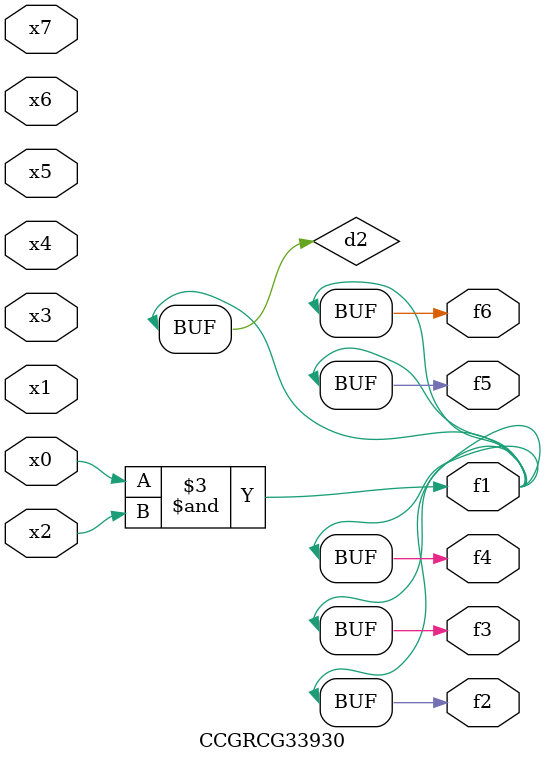
<source format=v>
module CCGRCG33930(
	input x0, x1, x2, x3, x4, x5, x6, x7,
	output f1, f2, f3, f4, f5, f6
);

	wire d1, d2;

	nor (d1, x3, x6);
	and (d2, x0, x2);
	assign f1 = d2;
	assign f2 = d2;
	assign f3 = d2;
	assign f4 = d2;
	assign f5 = d2;
	assign f6 = d2;
endmodule

</source>
